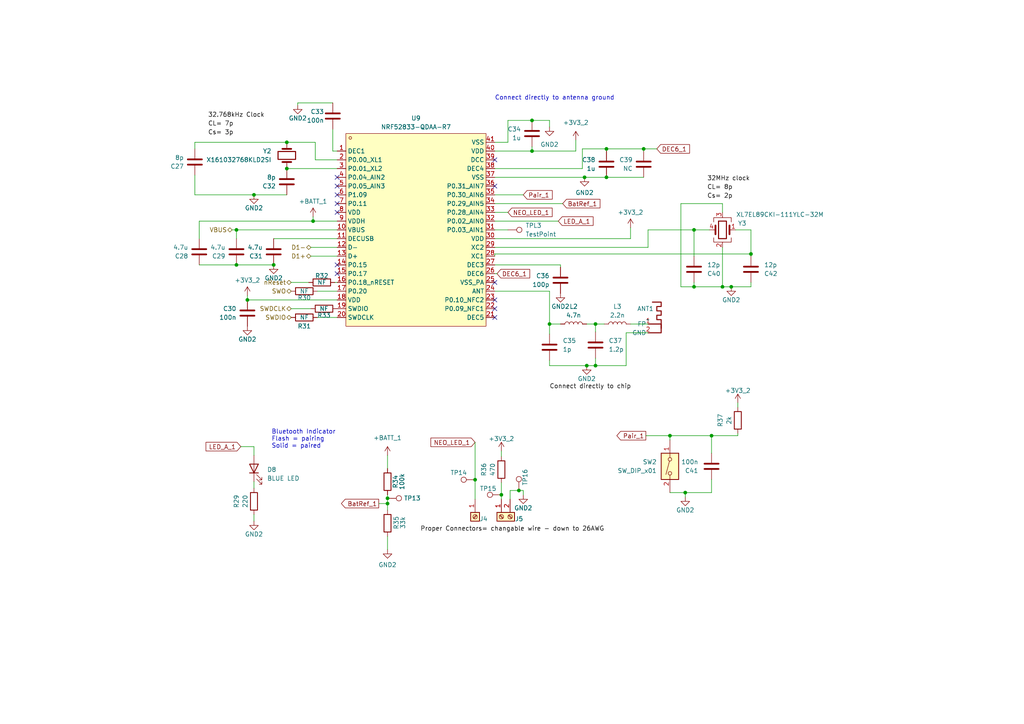
<source format=kicad_sch>
(kicad_sch (version 20230121) (generator eeschema)
  (paper "A4")
  (title_block (title "BLEEarrings (Blade Runner)") (date "2023-10-30") (rev "00.00") (company "Kitty and Dom"))
  (lib_symbols
    (symbol "Connector:Screw_Terminal_01x01" (pin_names (offset 1.016) hide)
      (property "Reference" "J" (at 0 2.54 0))
      (property "Value" "Screw_Terminal_01x01" (at 0 -2.54 0))
      (symbol "Screw_Terminal_01x01_1_1"
        (rectangle (start -1.27 1.27) (end 1.27 -1.27) (stroke (width 0.254)) (fill (type background)))
        (polyline (pts (xy -0.5334 0.3302) (xy 0.3302 -0.508)) (stroke (width 0.1524)))
        (polyline (pts (xy -0.3556 0.508) (xy 0.508 -0.3302)) (stroke (width 0.1524)))
        (circle (center 0 0) (radius 0.635) (stroke (width 0.1524)))
        (pin passive line (at -5.08 0 0) (length 3.81) (name "Pin_1") (number "1"))
      )
    )
    (symbol "Connector:Screw_Terminal_01x02" (pin_names (offset 1.016) hide)
      (property "Reference" "J" (at 0 2.54 0))
      (property "Value" "Screw_Terminal_01x02" (at 0 -5.08 0))
      (symbol "Screw_Terminal_01x02_1_1"
        (rectangle (start -1.27 1.27) (end 1.27 -3.81) (stroke (width 0.254)) (fill (type background)))
        (circle (center 0 -2.54) (radius 0.635) (stroke (width 0.1524)))
        (polyline (pts (xy -0.5334 -2.2098) (xy 0.3302 -3.048)) (stroke (width 0.1524)))
        (polyline (pts (xy -0.5334 0.3302) (xy 0.3302 -0.508)) (stroke (width 0.1524)))
        (polyline (pts (xy -0.3556 -2.032) (xy 0.508 -2.8702)) (stroke (width 0.1524)))
        (polyline (pts (xy -0.3556 0.508) (xy 0.508 -0.3302)) (stroke (width 0.1524)))
        (circle (center 0 0) (radius 0.635) (stroke (width 0.1524)))
        (pin passive line (at -5.08 0 0) (length 3.81) (name "Pin_1") (number "1"))
        (pin passive line (at -5.08 -2.54 0) (length 3.81) (name "Pin_2") (number "2"))
      )
    )
    (symbol "Connector:TestPoint" (pin_numbers hide) (pin_names (offset 0.762) hide)
      (property "Reference" "TP" (at 0 6.858 0))
      (property "Value" "TestPoint" (at 0 5.08 0))
      (symbol "TestPoint_0_1"
        (circle (center 0 3.302) (radius 0.762))
      )
      (symbol "TestPoint_1_1"
        (pin passive line (at 0 0 90) (length 2.54) (name "1") (number "1"))
      )
    )
    (symbol "CustomPWR:+3V3_2" (power) (pin_names (offset 0))
      (property "Value" "+3V3_2" (at 0 3.556 0))
      (symbol "+3V3_2_0_1"
        (polyline (pts (xy -0.762 1.27) (xy 0 2.54)))
        (polyline (pts (xy 0 0) (xy 0 2.54)))
        (polyline (pts (xy 0 2.54) (xy 0.762 1.27)))
      )
      (symbol "+3V3_2_1_1"
        (pin power_in line (at 0 0 90) (length 0) hide (name "+3V3_2") (number "1"))
      )
    )
    (symbol "CustomPWR:+BATT_1" (power) (pin_names (offset 0))
      (property "Value" "+BATT_1" (at 0 3.556 0))
      (symbol "+BATT_1_0_1"
        (polyline (pts (xy -0.762 1.27) (xy 0 2.54)))
        (polyline (pts (xy 0 0) (xy 0 2.54)))
        (polyline (pts (xy 0 2.54) (xy 0.762 1.27)))
      )
      (symbol "+BATT_1_1_1"
        (pin power_in line (at 0 0 90) (length 0) hide (name "+BATT_1") (number "1"))
      )
    )
    (symbol "CustomPads:2.4GHz,_50Ohm_Antenna"
      (property "Reference" "ANT" (at 0 2.286 0))
      (symbol "2.4GHz,_50Ohm_Antenna_1_1"
        (polyline (pts (xy 0 -3.81) (xy 3.81 -3.81) (xy 3.81 -1.27) (xy 0 -1.27)) (stroke (width 0.3)))
        (polyline (pts (xy 1.27 5.08) (xy 3.81 5.08) (xy 3.81 3.81) (xy 2.54 3.81) (xy 2.54 2.54) (xy 3.81 2.54) (xy 3.81 1.27) (xy 2.54 1.27) (xy 2.54 0) (xy 3.81 0) (xy 3.81 -2.54)) (stroke (width 0.3)))
        (pin input line (at 0 -1.27 180) (length 0) (name "FP") (number "1"))
        (pin input line (at 0 -3.81 180) (length 0) (name "GND") (number "2"))
      )
    )
    (symbol "Device:C" (pin_numbers hide) (pin_names (offset 0.254))
      (property "Reference" "C" (at 0.635 2.54 0))
      (property "Value" "C" (at 0.635 -2.54 0))
      (symbol "C_0_1"
        (polyline (pts (xy -2.032 -0.762) (xy 2.032 -0.762)) (stroke (width 0.508)))
        (polyline (pts (xy -2.032 0.762) (xy 2.032 0.762)) (stroke (width 0.508)))
      )
      (symbol "C_1_1"
        (pin passive line (at 0 3.81 270) (length 2.794) (name "~") (number "1"))
        (pin passive line (at 0 -3.81 90) (length 2.794) (name "~") (number "2"))
      )
    )
    (symbol "Device:Crystal" (pin_numbers hide) (pin_names (offset 1.016) hide)
      (property "Reference" "Y" (at 0 3.81 0))
      (property "Value" "Crystal" (at 0 -3.81 0))
      (symbol "Crystal_0_1"
        (rectangle (start -1.143 2.54) (end 1.143 -2.54) (stroke (width 0.3048)))
        (polyline (pts (xy -2.54 0) (xy -1.905 0)))
        (polyline (pts (xy -1.905 -1.27) (xy -1.905 1.27)) (stroke (width 0.508)))
        (polyline (pts (xy 1.905 -1.27) (xy 1.905 1.27)) (stroke (width 0.508)))
        (polyline (pts (xy 2.54 0) (xy 1.905 0)))
      )
      (symbol "Crystal_1_1"
        (pin passive line (at -3.81 0 0) (length 1.27) (name "1") (number "1"))
        (pin passive line (at 3.81 0 180) (length 1.27) (name "2") (number "2"))
      )
    )
    (symbol "Device:Crystal_GND23" (pin_names (offset 1.016) hide)
      (property "Reference" "Y" (at 3.175 5.08 0))
      (property "Value" "Crystal_GND23" (at 3.175 3.175 0))
      (symbol "Crystal_GND23_0_1"
        (rectangle (start -1.143 2.54) (end 1.143 -2.54) (stroke (width 0.3048)))
        (polyline (pts (xy -2.54 0) (xy -2.032 0)))
        (polyline (pts (xy -2.032 -1.27) (xy -2.032 1.27)) (stroke (width 0.508)))
        (polyline (pts (xy 0 -3.81) (xy 0 -3.556)))
        (polyline (pts (xy 0 3.556) (xy 0 3.81)))
        (polyline (pts (xy 2.032 -1.27) (xy 2.032 1.27)) (stroke (width 0.508)))
        (polyline (pts (xy 2.032 0) (xy 2.54 0)))
        (polyline (pts (xy -2.54 -2.286) (xy -2.54 -3.556) (xy 2.54 -3.556) (xy 2.54 -2.286)))
        (polyline (pts (xy -2.54 2.286) (xy -2.54 3.556) (xy 2.54 3.556) (xy 2.54 2.286)))
      )
      (symbol "Crystal_GND23_1_1"
        (pin passive line (at -3.81 0 0) (length 1.27) (name "1") (number "1"))
        (pin passive line (at 0 5.08 270) (length 1.27) (name "2") (number "2"))
        (pin passive line (at 0 -5.08 90) (length 1.27) (name "3") (number "3"))
        (pin passive line (at 3.81 0 180) (length 1.27) (name "4") (number "4"))
      )
    )
    (symbol "Device:L" (pin_numbers hide) (pin_names (offset 1.016) hide)
      (property "Reference" "L" (at -1.27 0 90))
      (property "Value" "L" (at 1.905 0 90))
      (symbol "L_0_1"
        (arc (start 0 -2.54) (mid 0.6323 -1.905) (end 0 -1.27))
        (arc (start 0 -1.27) (mid 0.6323 -0.635) (end 0 0))
        (arc (start 0 0) (mid 0.6323 0.635) (end 0 1.27))
        (arc (start 0 1.27) (mid 0.6323 1.905) (end 0 2.54))
      )
      (symbol "L_1_1"
        (pin passive line (at 0 3.81 270) (length 1.27) (name "1") (number "1"))
        (pin passive line (at 0 -3.81 90) (length 1.27) (name "2") (number "2"))
      )
    )
    (symbol "Device:LED" (pin_numbers hide) (pin_names (offset 1.016) hide)
      (property "Reference" "D" (at 0 2.54 0))
      (property "Value" "LED" (at 0 -2.54 0))
      (symbol "LED_0_1"
        (polyline (pts (xy -1.27 -1.27) (xy -1.27 1.27)) (stroke (width 0.254)))
        (polyline (pts (xy -1.27 0) (xy 1.27 0)))
        (polyline (pts (xy 1.27 -1.27) (xy 1.27 1.27) (xy -1.27 0) (xy 1.27 -1.27)) (stroke (width 0.254)))
        (polyline (pts (xy -3.048 -0.762) (xy -4.572 -2.286) (xy -3.81 -2.286) (xy -4.572 -2.286) (xy -4.572 -1.524)))
        (polyline (pts (xy -1.778 -0.762) (xy -3.302 -2.286) (xy -2.54 -2.286) (xy -3.302 -2.286) (xy -3.302 -1.524)))
      )
      (symbol "LED_1_1"
        (pin passive line (at -3.81 0 0) (length 2.54) (name "K") (number "1"))
        (pin passive line (at 3.81 0 180) (length 2.54) (name "A") (number "2"))
      )
    )
    (symbol "Device:R" (pin_numbers hide) (pin_names (offset 0))
      (property "Reference" "R" (at 2.032 0 90))
      (property "Value" "R" (at 0 0 90))
      (symbol "R_0_1"
        (rectangle (start -1.016 -2.54) (end 1.016 2.54) (stroke (width 0.254)))
      )
      (symbol "R_1_1"
        (pin passive line (at 0 3.81 270) (length 1.27) (name "~") (number "1"))
        (pin passive line (at 0 -3.81 90) (length 1.27) (name "~") (number "2"))
      )
    )
    (symbol "Switch:SW_DIP_x01" (pin_names (offset 0) hide)
      (property "Reference" "SW" (at 0 3.81 0))
      (property "Value" "SW_DIP_x01" (at 0 -3.81 0))
      (symbol "SW_DIP_x01_0_0"
        (circle (center -2.032 0) (radius 0.508))
        (polyline (pts (xy -1.524 0.127) (xy 2.3622 1.1684)))
        (circle (center 2.032 0) (radius 0.508))
      )
      (symbol "SW_DIP_x01_0_1"
        (rectangle (start -3.81 2.54) (end 3.81 -2.54) (stroke (width 0.254)) (fill (type background)))
      )
      (symbol "SW_DIP_x01_1_1"
        (pin passive line (at -7.62 0 0) (length 5.08) (name "~") (number "1"))
        (pin passive line (at 7.62 0 180) (length 5.08) (name "~") (number "2"))
      )
    )
    (symbol "easyeda2kicad:NRF52833-QDAA-R7"
      (property "Reference" "U" (at 0 30.48 0))
      (property "Value" "NRF52833-QDAA-R7" (at 0 -30.48 0))
      (symbol "NRF52833-QDAA-R7_0_1"
        (rectangle (start -20.32 27.94) (end 20.32 -27.94) (fill (type background)))
        (circle (center -19.05 26.67) (radius 0.38))
        (pin unspecified line (at -22.86 22.86 0) (length 2.54) (name "DEC1") (number "1"))
        (pin unspecified line (at -22.86 0 0) (length 2.54) (name "VBUS") (number "10"))
        (pin unspecified line (at -22.86 -2.54 0) (length 2.54) (name "DECUSB") (number "11"))
        (pin unspecified line (at -22.86 -5.08 0) (length 2.54) (name "D-") (number "12"))
        (pin unspecified line (at -22.86 -7.62 0) (length 2.54) (name "D+") (number "13"))
        (pin unspecified line (at -22.86 -10.16 0) (length 2.54) (name "P0.15") (number "14"))
        (pin unspecified line (at -22.86 -12.7 0) (length 2.54) (name "P0.17") (number "15"))
        (pin unspecified line (at -22.86 -15.24 0) (length 2.54) (name "P0.18_nRESET") (number "16"))
        (pin unspecified line (at -22.86 -17.78 0) (length 2.54) (name "P0.20") (number "17"))
        (pin unspecified line (at -22.86 -20.32 0) (length 2.54) (name "VDD") (number "18"))
        (pin unspecified line (at -22.86 -22.86 0) (length 2.54) (name "SWDIO") (number "19"))
        (pin unspecified line (at -22.86 20.32 0) (length 2.54) (name "P0.00_XL1") (number "2"))
        (pin unspecified line (at -22.86 -25.4 0) (length 2.54) (name "SWDCLK") (number "20"))
        (pin unspecified line (at 22.86 -25.4 180) (length 2.54) (name "DEC5") (number "21"))
        (pin unspecified line (at 22.86 -22.86 180) (length 2.54) (name "P0.09_NFC1") (number "22"))
        (pin unspecified line (at 22.86 -20.32 180) (length 2.54) (name "P0.10_NFC2") (number "23"))
        (pin unspecified line (at 22.86 -17.78 180) (length 2.54) (name "ANT") (number "24"))
        (pin unspecified line (at 22.86 -15.24 180) (length 2.54) (name "VSS_PA") (number "25"))
        (pin unspecified line (at 22.86 -12.7 180) (length 2.54) (name "DEC6") (number "26"))
        (pin unspecified line (at 22.86 -10.16 180) (length 2.54) (name "DEC3") (number "27"))
        (pin unspecified line (at 22.86 -7.62 180) (length 2.54) (name "XC1") (number "28"))
        (pin unspecified line (at 22.86 -5.08 180) (length 2.54) (name "XC2") (number "29"))
        (pin unspecified line (at -22.86 17.78 0) (length 2.54) (name "P0.01_XL2") (number "3"))
        (pin unspecified line (at 22.86 -2.54 180) (length 2.54) (name "VDD") (number "30"))
        (pin unspecified line (at 22.86 0 180) (length 2.54) (name "P0.03_AIN1") (number "31"))
        (pin unspecified line (at 22.86 2.54 180) (length 2.54) (name "P0.02_AIN0") (number "32"))
        (pin unspecified line (at 22.86 5.08 180) (length 2.54) (name "P0.28_AIN4") (number "33"))
        (pin unspecified line (at 22.86 7.62 180) (length 2.54) (name "P0.29_AIN5") (number "34"))
        (pin unspecified line (at 22.86 10.16 180) (length 2.54) (name "P0.30_AIN6") (number "35"))
        (pin unspecified line (at 22.86 12.7 180) (length 2.54) (name "P0.31_AIN7") (number "36"))
        (pin unspecified line (at 22.86 15.24 180) (length 2.54) (name "VSS") (number "37"))
        (pin unspecified line (at 22.86 17.78 180) (length 2.54) (name "DEC4") (number "38"))
        (pin unspecified line (at 22.86 20.32 180) (length 2.54) (name "DCC") (number "39"))
        (pin unspecified line (at -22.86 15.24 0) (length 2.54) (name "P0.04_AIN2") (number "4"))
        (pin unspecified line (at 22.86 22.86 180) (length 2.54) (name "VDD") (number "40"))
        (pin unspecified line (at 22.86 25.4 180) (length 2.54) (name "VSS") (number "41"))
        (pin unspecified line (at -22.86 12.7 0) (length 2.54) (name "P0.05_AIN3") (number "5"))
        (pin unspecified line (at -22.86 10.16 0) (length 2.54) (name "P1.09") (number "6"))
        (pin unspecified line (at -22.86 7.62 0) (length 2.54) (name "P0.11") (number "7"))
        (pin unspecified line (at -22.86 5.08 0) (length 2.54) (name "VDD") (number "8"))
        (pin unspecified line (at -22.86 2.54 0) (length 2.54) (name "VDDH") (number "9"))
      )
    )
    (symbol "power:GND2" (power) (pin_names (offset 0))
      (property "Value" "GND2" (at 0 -3.81 0))
      (symbol "GND2_0_1"
        (polyline (pts (xy 0 0) (xy 0 -1.27) (xy 1.27 -1.27) (xy 0 -2.54) (xy -1.27 -1.27) (xy 0 -1.27)))
      )
      (symbol "GND2_1_1"
        (pin power_in line (at 0 0 270) (length 0) hide (name "GND2") (number "1"))
      )
    )
  )
  (junction (at 83.185 41.275))
  (junction (at 186.69 43.18))
  (junction (at 172.72 93.98))
  (junction (at 73.66 56.515))
  (junction (at 172.72 106.045))
  (junction (at 212.09 83.185))
  (junction (at 154.305 34.925))
  (junction (at 217.805 73.66))
  (junction (at 71.755 86.995))
  (junction (at 68.58 76.835))
  (junction (at 112.395 144.526))
  (junction (at 150.495 142.2654))
  (junction (at 175.895 51.435))
  (junction (at 206.375 126.365))
  (junction (at 209.55 83.185))
  (junction (at 175.895 43.18))
  (junction (at 90.805 64.135))
  (junction (at 194.31 126.365))
  (junction (at 198.755 142.875))
  (junction (at 137.795 139.1412))
  (junction (at 112.395 146.05))
  (junction (at 154.305 43.815))
  (junction (at 159.385 93.98))
  (junction (at 169.545 51.435))
  (junction (at 170.18 106.045))
  (junction (at 201.295 66.675))
  (junction (at 145.415 143.51))
  (junction (at 79.375 76.835))
  (junction (at 83.185 48.895))
  (junction (at 68.58 66.675))
  (junction (at 201.295 83.185))
  (no_connect (at 97.79 59.055))
  (no_connect (at 143.51 53.975))
  (no_connect (at 143.51 46.355))
  (no_connect (at 143.51 92.075))
  (no_connect (at 97.79 56.515))
  (no_connect (at 143.51 89.535))
  (no_connect (at 97.79 76.835))
  (no_connect (at 97.79 61.595))
  (no_connect (at 143.51 81.915))
  (no_connect (at 97.79 53.975))
  (no_connect (at 97.79 51.435))
  (no_connect (at 143.51 86.995))
  (no_connect (at 97.79 79.375))
  (wire (pts (xy 213.36 66.675) (xy 217.805 66.675)))
  (wire (pts (xy 84.455 81.915) (xy 89.535 81.915)))
  (wire (pts (xy 90.17 74.295) (xy 97.79 74.295)))
  (wire (pts (xy 201.295 66.675) (xy 201.295 74.295)))
  (wire (pts (xy 172.72 93.98) (xy 175.26 93.98)))
  (wire (pts (xy 217.805 73.66) (xy 217.805 66.675)))
  (wire (pts (xy 154.305 43.815) (xy 154.305 42.545)))
  (wire (pts (xy 92.075 84.455) (xy 97.79 84.455)))
  (wire (pts (xy 143.51 79.375) (xy 144.145 79.375)))
  (wire (pts (xy 175.895 43.18) (xy 186.69 43.18)))
  (wire (pts (xy 147.32 61.595) (xy 143.51 61.595)))
  (wire (pts (xy 56.515 41.275) (xy 56.515 43.18)))
  (wire (pts (xy 182.88 66.04) (xy 182.88 69.215)))
  (wire (pts (xy 84.455 89.535) (xy 90.17 89.535)))
  (wire (pts (xy 154.305 34.925) (xy 147.32 34.925)))
  (wire (pts (xy 159.385 106.045) (xy 170.18 106.045)))
  (wire (pts (xy 96.52 43.815) (xy 97.79 43.815)))
  (wire (pts (xy 213.995 125.73) (xy 213.995 126.365)))
  (wire (pts (xy 182.88 93.98) (xy 187.96 93.98)))
  (wire (pts (xy 91.44 41.275) (xy 83.185 41.275)))
  (wire (pts (xy 97.79 66.675) (xy 68.58 66.675)))
  (wire (pts (xy 186.69 43.18) (xy 190.5 43.18)))
  (wire (pts (xy 91.44 41.275) (xy 91.44 46.355)))
  (wire (pts (xy 162.56 76.835) (xy 162.56 77.47)))
  (wire (pts (xy 57.785 64.135) (xy 90.805 64.135)))
  (wire (pts (xy 206.375 142.875) (xy 198.755 142.875)))
  (wire (pts (xy 112.395 144.526) (xy 112.395 146.05)))
  (wire (pts (xy 79.375 69.215) (xy 97.79 69.215)))
  (wire (pts (xy 187.325 126.365) (xy 194.31 126.365)))
  (wire (pts (xy 162.56 76.835) (xy 143.51 76.835)))
  (wire (pts (xy 71.755 86.995) (xy 71.755 85.725)))
  (wire (pts (xy 206.375 139.065) (xy 206.375 142.875)))
  (wire (pts (xy 112.395 143.51) (xy 112.395 144.526)))
  (wire (pts (xy 159.385 34.925) (xy 154.305 34.925)))
  (wire (pts (xy 145.415 130.81) (xy 145.415 132.3848)))
  (wire (pts (xy 57.785 69.215) (xy 57.785 64.135)))
  (wire (pts (xy 217.805 83.185) (xy 217.805 81.915)))
  (wire (pts (xy 167.005 40.64) (xy 167.005 43.815)))
  (wire (pts (xy 197.485 83.185) (xy 201.295 83.185)))
  (wire (pts (xy 212.09 83.185) (xy 217.805 83.185)))
  (wire (pts (xy 56.515 41.275) (xy 83.185 41.275)))
  (wire (pts (xy 90.805 62.865) (xy 90.805 64.135)))
  (wire (pts (xy 212.09 83.185) (xy 209.55 83.185)))
  (wire (pts (xy 137.795 139.1412) (xy 137.795 144.8054)))
  (wire (pts (xy 73.66 139.7) (xy 73.66 141.605)))
  (wire (pts (xy 198.755 142.875) (xy 198.755 144.145)))
  (wire (pts (xy 159.385 36.83) (xy 159.385 34.925)))
  (wire (pts (xy 167.005 43.815) (xy 154.305 43.815)))
  (wire (pts (xy 213.995 116.84) (xy 213.995 118.11)))
  (wire (pts (xy 112.395 132.08) (xy 112.395 135.89)))
  (wire (pts (xy 83.185 56.515) (xy 73.66 56.515)))
  (wire (pts (xy 197.485 59.055) (xy 197.485 83.185)))
  (wire (pts (xy 181.61 96.52) (xy 187.96 96.52)))
  (wire (pts (xy 57.785 76.835) (xy 68.58 76.835)))
  (wire (pts (xy 109.855 146.05) (xy 112.395 146.05)))
  (wire (pts (xy 159.385 84.455) (xy 159.385 93.98)))
  (wire (pts (xy 209.55 59.055) (xy 197.485 59.055)))
  (wire (pts (xy 143.51 56.515) (xy 151.765 56.515)))
  (wire (pts (xy 143.51 51.435) (xy 169.545 51.435)))
  (wire (pts (xy 69.85 129.54) (xy 73.66 129.54)))
  (wire (pts (xy 175.895 43.815) (xy 175.895 43.18)))
  (wire (pts (xy 187.96 66.675) (xy 187.96 71.755)))
  (wire (pts (xy 169.545 51.435) (xy 175.895 51.435)))
  (wire (pts (xy 198.755 142.875) (xy 194.31 142.875)))
  (wire (pts (xy 145.415 143.51) (xy 145.415 144.8054)))
  (wire (pts (xy 90.805 64.135) (xy 97.79 64.135)))
  (wire (pts (xy 209.55 71.755) (xy 209.55 83.185)))
  (wire (pts (xy 159.385 93.98) (xy 162.56 93.98)))
  (wire (pts (xy 159.385 93.98) (xy 159.385 96.901)))
  (wire (pts (xy 83.185 48.895) (xy 97.79 48.895)))
  (wire (pts (xy 86.36 29.845) (xy 96.52 29.845)))
  (wire (pts (xy 186.69 43.18) (xy 186.69 43.815)))
  (wire (pts (xy 151.765 142.2654) (xy 151.765 143.5354)))
  (wire (pts (xy 67.31 66.675) (xy 68.58 66.675)))
  (wire (pts (xy 170.18 106.045) (xy 172.72 106.045)))
  (wire (pts (xy 187.96 71.755) (xy 143.51 71.755)))
  (wire (pts (xy 187.96 66.675) (xy 201.295 66.675)))
  (wire (pts (xy 143.51 84.455) (xy 159.385 84.455)))
  (wire (pts (xy 175.895 51.435) (xy 186.69 51.435)))
  (wire (pts (xy 71.755 86.995) (xy 97.79 86.995)))
  (wire (pts (xy 217.805 73.66) (xy 217.805 74.295)))
  (wire (pts (xy 143.51 73.66) (xy 217.805 73.66)))
  (wire (pts (xy 206.375 126.365) (xy 213.995 126.365)))
  (wire (pts (xy 201.295 81.915) (xy 201.295 83.185)))
  (wire (pts (xy 91.44 46.355) (xy 97.79 46.355)))
  (wire (pts (xy 143.51 48.895) (xy 168.91 48.895)))
  (wire (pts (xy 168.91 43.18) (xy 168.91 48.895)))
  (wire (pts (xy 68.58 66.675) (xy 68.58 69.215)))
  (wire (pts (xy 143.51 43.815) (xy 154.305 43.815)))
  (wire (pts (xy 145.415 140.0048) (xy 145.415 143.51)))
  (wire (pts (xy 73.66 149.225) (xy 73.66 151.13)))
  (wire (pts (xy 56.515 56.515) (xy 56.515 50.8)))
  (wire (pts (xy 172.72 93.98) (xy 172.72 96.266)))
  (wire (pts (xy 143.51 59.055) (xy 163.195 59.055)))
  (wire (pts (xy 147.32 34.925) (xy 147.32 41.275)))
  (wire (pts (xy 194.31 127.635) (xy 194.31 126.365)))
  (wire (pts (xy 150.495 142.2654) (xy 151.765 142.2654)))
  (wire (pts (xy 68.58 76.835) (xy 79.375 76.835)))
  (wire (pts (xy 147.955 144.8054) (xy 147.955 142.2654)))
  (wire (pts (xy 96.52 43.815) (xy 96.52 37.465)))
  (wire (pts (xy 97.155 81.915) (xy 97.79 81.915)))
  (wire (pts (xy 112.395 155.575) (xy 112.395 159.385)))
  (wire (pts (xy 147.955 142.2654) (xy 150.495 142.2654)))
  (wire (pts (xy 172.72 103.886) (xy 172.72 106.045)))
  (wire (pts (xy 137.795 128.2954) (xy 137.795 139.1412)))
  (wire (pts (xy 206.375 131.445) (xy 206.375 126.365)))
  (wire (pts (xy 73.66 129.54) (xy 73.66 132.08)))
  (wire (pts (xy 201.295 83.185) (xy 209.55 83.185)))
  (wire (pts (xy 201.295 66.675) (xy 205.74 66.675)))
  (wire (pts (xy 181.61 106.045) (xy 172.72 106.045)))
  (wire (pts (xy 209.55 61.595) (xy 209.55 59.055)))
  (wire (pts (xy 170.18 93.98) (xy 172.72 93.98)))
  (wire (pts (xy 90.17 71.755) (xy 97.79 71.755)))
  (wire (pts (xy 159.385 104.521) (xy 159.385 106.045)))
  (wire (pts (xy 143.51 73.66) (xy 143.51 74.295)))
  (wire (pts (xy 92.075 92.075) (xy 97.79 92.075)))
  (wire (pts (xy 161.925 64.135) (xy 143.51 64.135)))
  (wire (pts (xy 175.895 43.18) (xy 168.91 43.18)))
  (wire (pts (xy 194.31 126.365) (xy 206.375 126.365)))
  (wire (pts (xy 143.51 69.215) (xy 182.88 69.215)))
  (wire (pts (xy 112.395 146.05) (xy 112.395 147.955)))
  (wire (pts (xy 86.36 30.48) (xy 86.36 29.845)))
  (wire (pts (xy 73.66 56.515) (xy 56.515 56.515)))
  (wire (pts (xy 181.61 96.52) (xy 181.61 106.045)))
  (wire (pts (xy 147.32 41.275) (xy 143.51 41.275)))
  (wire (pts (xy 143.51 66.675) (xy 147.32 66.675)))
  (text "Bluetooth Indicator\nFlash = pairing\nSolid = paired" (at 78.74 130.175 0) (effects (font (size 1.27 1.27)) (justify left bottom)))
  (text "Connect directly to antenna ground" (at 143.51 29.21 0) (effects (font (size 1.27 1.27)) (justify left bottom)))
  (label "CL= 7p" (at 60.325 36.83 0))
  (label "Cs= 3p" (at 60.325 39.37 0))
  (label "Connect directly to chip" (at 159.385 113.03 0))
  (label "Cs= 2p" (at 205.105 57.785 0))
  (label "Proper Connectors= changable wire - down to 26AWG" (at 121.92 154.3304 0))
  (label "32.768kHz Clock" (at 60.325 34.29 0))
  (label "CL= 8p" (at 205.105 55.245 0))
  (label "32MHz clock" (at 205.105 52.705 0))
  (global_label "BatRef_1" (shape output) (at 109.855 146.05 180) (property "Intersheetrefs" "${INTERSHEET_REFS}" (effects hide)))
  (global_label "LED_A_1" (shape input) (at 69.85 129.54 180) (property "Intersheetrefs" "${INTERSHEET_REFS}" (effects hide)))
  (global_label "BatRef_1" (shape input) (at 163.195 59.055 0) (property "Intersheetrefs" "${INTERSHEET_REFS}" (effects hide)))
  (global_label "DEC6_1" (shape input) (at 144.145 79.375 0) (property "Intersheetrefs" "${INTERSHEET_REFS}" (effects hide)))
  (global_label "DEC6_1" (shape input) (at 190.5 43.18 0) (property "Intersheetrefs" "${INTERSHEET_REFS}" (effects hide)))
  (global_label "Pair_1" (shape output) (at 187.325 126.365 180) (property "Intersheetrefs" "${INTERSHEET_REFS}" (effects hide)))
  (global_label "NEO_LED_1" (shape input) (at 137.795 128.2954 180) (property "Intersheetrefs" "${INTERSHEET_REFS}" (effects hide)))
  (global_label "NEO_LED_1" (shape input) (at 147.32 61.595 0) (property "Intersheetrefs" "${INTERSHEET_REFS}" (effects hide)))
  (global_label "Pair_1" (shape input) (at 151.765 56.515 0) (property "Intersheetrefs" "${INTERSHEET_REFS}" (effects hide)))
  (global_label "LED_A_1" (shape input) (at 161.925 64.135 0) (property "Intersheetrefs" "${INTERSHEET_REFS}" (effects hide)))
  (hierarchical_label "D1-" (shape bidirectional) (at 90.17 71.755 180))
  (hierarchical_label "D1+" (shape bidirectional) (at 90.17 74.295 180))
  (hierarchical_label "nReset" (shape bidirectional) (at 84.455 81.915 180))
  (hierarchical_label "SWDIO" (shape bidirectional) (at 84.455 92.075 180))
  (hierarchical_label "VBUS" (shape bidirectional) (at 67.31 66.675 180))
  (hierarchical_label "SWO" (shape bidirectional) (at 84.455 84.455 180))
  (hierarchical_label "SWDCLK" (shape bidirectional) (at 84.455 89.535 180))
  (symbol (lib_id "power:GND2") (at 212.09 83.185 0) (mirror y) (unit 1)
    (property "Reference" "#PWR0122" (effects hide))
    (property "Value" "GND2" (at 212.09 86.995 0))
    (instances (project "Combine" (path "" (reference "#PWR0122") (unit 1))) (project "BLEEarrings" (path "" (reference "#PWR?") (unit 1))))
  )
  (symbol (lib_id "power:GND2") (at 170.18 106.045 0) (unit 1)
    (property "Reference" "#PWR0119" (effects hide))
    (property "Value" "GND2" (at 170.18 109.855 0))
    (instances (project "Combine" (path "" (reference "#PWR0119") (unit 1))) (project "BLEEarrings" (path "" (reference "#PWR?") (unit 1))))
  )
  (symbol (lib_id "Device:C") (at 57.785 73.025 180) (unit 1)
    (property "Reference" "C28" (at 54.61 74.295 0) (effects (justify left)))
    (property "Value" "4.7u" (at 54.61 71.755 0) (effects (justify left)))
    (property "Footprint" "Capacitor_SMD:C_0402_1005Metric_Pad0.74x0.62mm_HandSolder" (effects hide))
    (property "LCSC Part" "C307423" (effects hide))
    (instances (project "Combine" (path "" (reference "C28") (unit 1))) (project "BLEEarrings" (path "" (reference "C12") (unit 1))))
  )
  (symbol (lib_id "CustomPWR:+3V3_2") (at 145.415 130.81 0) (unit 1)
    (property "Reference" "#PWR0123" (effects hide))
    (property "Value" "+3V3_2" (at 145.415 127.254 0))
    (instances (project "Combine" (path "" (reference "#PWR0123") (unit 1))) (project "BLEEarrings" (path "" (reference "#PWR016") (unit 1))))
  )
  (symbol (lib_id "Device:C") (at 172.72 100.076 0) (unit 1)
    (property "Reference" "C37" (at 176.53 98.806 0) (effects (justify left)))
    (property "Value" "1.2p" (at 176.53 101.346 0) (effects (justify left)))
    (property "Footprint" "Capacitor_SMD:C_0402_1005Metric_Pad0.74x0.62mm_HandSolder" (effects hide))
    (property "LCSC Part" "C880658 " (effects hide))
    (instances (project "Combine" (path "" (reference "C37") (unit 1))) (project "BLEEarrings" (path "" (reference "C5") (unit 1))))
  )
  (symbol (lib_id "Device:C") (at 175.895 47.625 0) (unit 1)
    (property "Reference" "C38" (at 172.72 46.355 0) (effects (justify right)))
    (property "Value" "1u" (at 172.72 48.895 0) (effects (justify right)))
    (property "Footprint" "Capacitor_SMD:C_0402_1005Metric_Pad0.74x0.62mm_HandSolder" (effects hide))
    (property "LCSC Part" "C14445" (effects hide))
    (instances (project "Combine" (path "" (reference "C38") (unit 1))) (project "BLEEarrings" (path "" (reference "C7") (unit 1))))
  )
  (symbol (lib_id "Device:L") (at 166.37 93.98 90) (unit 1)
    (property "Reference" "L2" (at 166.37 88.9 90))
    (property "Value" "4.7n" (at 166.37 91.44 90))
    (property "Footprint" "Inductor_SMD:L_0402_1005Metric_Pad0.77x0.64mm_HandSolder" (effects hide))
    (property "LCSC Part" "C13595" (effects hide))
    (instances (project "Combine" (path "" (reference "L2") (unit 1))) (project "BLEEarrings" (path "" (reference "L1") (unit 1))))
  )
  (symbol (lib_id "CustomPWR:+BATT_1") (at 90.805 62.865 0) (unit 1)
    (property "Reference" "#PWR0120" (effects hide))
    (property "Value" "+BATT_1" (at 90.805 58.42 0))
    (instances (project "Combine" (path "" (reference "#PWR0120") (unit 1))) (project "BLEEarrings" (path "" (reference "#PWR05") (unit 1))))
  )
  (symbol (lib_id "Device:C") (at 201.295 78.105 0) (mirror x) (unit 1)
    (property "Reference" "C40" (at 205.105 79.375 0) (effects (justify left)))
    (property "Value" "12p" (at 205.105 76.835 0) (effects (justify left)))
    (property "Footprint" "Capacitor_SMD:C_0402_1005Metric_Pad0.74x0.62mm_HandSolder" (effects hide))
    (property "LCSC Part" "C696888 " (effects hide))
    (instances (project "Combine" (path "" (reference "C40") (unit 1))) (project "BLEEarrings" (path "" (reference "C4") (unit 1))))
  )
  (symbol (lib_id "Device:C") (at 186.69 47.625 0) (unit 1)
    (property "Reference" "C39" (at 183.515 46.355 0) (effects (justify right)))
    (property "Value" "NC" (at 183.515 48.895 0) (effects (justify right)))
    (property "Footprint" "Capacitor_SMD:C_0402_1005Metric_Pad0.74x0.62mm_HandSolder" (effects hide))
    (property "LCSC Part" "N/A" (effects hide))
    (instances (project "Combine" (path "" (reference "C39") (unit 1))) (project "BLEEarrings" (path "" (reference "C17") (unit 1))))
  )
  (symbol (lib_id "Device:C") (at 217.805 78.105 0) (mirror x) (unit 1)
    (property "Reference" "C42" (at 221.615 79.375 0) (effects (justify left)))
    (property "Value" "12p" (at 221.615 76.835 0) (effects (justify left)))
    (property "Footprint" "Capacitor_SMD:C_0402_1005Metric_Pad0.74x0.62mm_HandSolder" (effects hide))
    (property "LCSC Part" "C696888 " (effects hide))
    (instances (project "Combine" (path "" (reference "C42") (unit 1))) (project "BLEEarrings" (path "" (reference "C3") (unit 1))))
  )
  (symbol (lib_id "power:GND2") (at 112.395 159.385 0) (unit 1)
    (property "Reference" "#PWR0129" (effects hide))
    (property "Value" "GND2" (at 112.395 163.83 0))
    (instances (project "Combine" (path "" (reference "#PWR0129") (unit 1))) (project "BLEEarrings" (path "" (reference "#PWR?") (unit 1))))
  )
  (symbol (lib_id "Device:C") (at 68.58 73.025 180) (unit 1)
    (property "Reference" "C29" (at 65.405 74.295 0) (effects (justify left)))
    (property "Value" "4.7u" (at 65.405 71.755 0) (effects (justify left)))
    (property "Footprint" "Capacitor_SMD:C_0402_1005Metric_Pad0.74x0.62mm_HandSolder" (effects hide))
    (property "LCSC Part" "C307423" (effects hide))
    (instances (project "Combine" (path "" (reference "C29") (unit 1))) (project "BLEEarrings" (path "" (reference "C10") (unit 1))))
  )
  (symbol (lib_id "power:GND2") (at 169.545 51.435 0) (unit 1)
    (property "Reference" "#PWR0116" (effects hide))
    (property "Value" "GND2" (at 169.545 55.88 0))
    (instances (project "Combine" (path "" (reference "#PWR0116") (unit 1))) (project "BLEEarrings" (path "" (reference "#PWR?") (unit 1))))
  )
  (symbol (lib_id "power:GND2") (at 73.66 56.515 0) (unit 1)
    (property "Reference" "#PWR0115" (effects hide))
    (property "Value" "GND2" (at 73.66 60.325 0))
    (instances (project "Combine" (path "" (reference "#PWR0115") (unit 1))) (project "BLEEarrings" (path "" (reference "#PWR?") (unit 1))))
  )
  (symbol (lib_id "Device:R") (at 88.265 84.455 270) (unit 1)
    (property "Reference" "R30" (at 88.265 86.36 90))
    (property "Value" "NF" (at 88.265 84.455 90))
    (property "Footprint" "Resistor_SMD:R_0201_0603Metric" (effects hide))
    (property "LCSC Part" "N/A" (effects hide))
    (instances (project "Combine" (path "" (reference "R30") (unit 1))) (project "BLEEarrings" (path "" (reference "R6") (unit 1))))
  )
  (symbol (lib_id "Device:C") (at 206.375 135.255 180) (unit 1)
    (property "Reference" "C41" (at 202.565 136.525 0) (effects (justify left)))
    (property "Value" "100n" (at 202.565 133.985 0) (effects (justify left)))
    (property "Footprint" "Capacitor_SMD:C_0402_1005Metric_Pad0.74x0.62mm_HandSolder" (effects hide))
    (property "LCSC Part" "C60474" (effects hide))
    (instances (project "Combine" (path "" (reference "C41") (unit 1))) (project "BLEEarrings" (path "" (reference "C14") (unit 1))))
  )
  (symbol (lib_id "Device:L") (at 179.07 93.98 90) (unit 1)
    (property "Reference" "L3" (at 179.07 88.9 90))
    (property "Value" "2.2n" (at 179.07 91.44 90))
    (property "Footprint" "Inductor_SMD:L_0402_1005Metric_Pad0.77x0.64mm_HandSolder" (effects hide))
    (property "LCSC Part" "C395061 " (effects hide))
    (instances (project "Combine" (path "" (reference "L3") (unit 1))) (project "BLEEarrings" (path "" (reference "L2") (unit 1))))
  )
  (symbol (lib_id "Device:R") (at 88.265 92.075 270) (unit 1)
    (property "Reference" "R31" (at 88.265 94.615 90))
    (property "Value" "NF" (at 88.265 92.075 90))
    (property "Footprint" "Resistor_SMD:R_0201_0603Metric" (effects hide))
    (property "LCSC Part" "N/A" (effects hide))
    (instances (project "Combine" (path "" (reference "R31") (unit 1))) (project "BLEEarrings" (path "" (reference "R7") (unit 1))))
  )
  (symbol (lib_id "CustomPWR:+3V3_2") (at 167.005 40.64 0) (unit 1)
    (property "Reference" "#PWR0114" (effects hide))
    (property "Value" "+3V3_2" (at 167.005 35.56 0))
    (instances (project "Combine" (path "" (reference "#PWR0114") (unit 1))) (project "BLEEarrings" (path "" (reference "#PWR017") (unit 1))))
  )
  (symbol (lib_id "Device:C") (at 79.375 73.025 180) (unit 1)
    (property "Reference" "C31" (at 76.2 74.295 0) (effects (justify left)))
    (property "Value" "4.7u" (at 76.2 71.755 0) (effects (justify left)))
    (property "Footprint" "Capacitor_SMD:C_0402_1005Metric_Pad0.74x0.62mm_HandSolder" (effects hide))
    (property "LCSC Part" "C307423" (effects hide))
    (instances (project "Combine" (path "" (reference "C31") (unit 1))) (project "BLEEarrings" (path "" (reference "C9") (unit 1))))
  )
  (symbol (lib_id "Device:R") (at 112.395 151.765 180) (unit 1)
    (property "Reference" "R35" (at 114.935 151.6126 90))
    (property "Value" "33k" (at 116.84 151.6126 90))
    (property "Footprint" "Resistor_SMD:R_0402_1005Metric_Pad0.72x0.64mm_HandSolder" (effects hide))
    (property "LCSC Part" "C138003" (effects hide))
    (instances (project "Combine" (path "" (reference "R35") (unit 1))) (project "BLEEarrings" (path "" (reference "R14") (unit 1))))
  )
  (symbol (lib_id "Device:Crystal") (at 83.185 45.085 270) (mirror x) (unit 1)
    (property "Reference" "Y2" (at 78.74 43.815 90) (effects (justify right)))
    (property "Value" " X161032768KLD2SI" (at 78.74 46.355 90) (effects (justify right)))
    (property "Footprint" "easyeda2kicad:CRYSTAL-SMD_L1.6-W1.0" (effects hide))
    (property "LCSC Part" "C383846" (effects hide))
  )
  (symbol (lib_id "CustomPWR:+3V3_2") (at 71.755 85.725 0) (unit 1)
    (property "Reference" "#PWR0112" (effects hide))
    (property "Value" "+3V3_2" (at 71.755 81.28 0))
    (instances (project "Combine" (path "" (reference "#PWR0112") (unit 1))) (project "BLEEarrings" (path "" (reference "#PWR07") (unit 1))))
  )
  (symbol (lib_id "Connector:TestPoint") (at 137.795 139.1412 90) (unit 1)
    (property "Reference" "TP14" (at 133.0452 137.1092 90))
    (property "Value" "TestPoint" (effects hide))
    (property "Footprint" "TestPoint:TestPoint_Pad_D1.0mm" (effects hide))
    (property "LCSC Part" "N/A" (effects hide))
    (instances (project "Combine" (path "" (reference "TP14") (unit 1))) (project "BLEEarrings" (path "" (reference "TP10") (unit 1))))
  )
  (symbol (lib_id "power:GND2") (at 71.755 94.615 0) (unit 1)
    (property "Reference" "#PWR0126" (effects hide))
    (property "Value" "GND2" (at 71.755 98.425 0))
    (instances (project "Combine" (path "" (reference "#PWR0126") (unit 1))) (project "BLEEarrings" (path "" (reference "#PWR?") (unit 1))))
  )
  (symbol (lib_id "Device:C") (at 71.755 90.805 0) (unit 1)
    (property "Reference" "C30" (at 68.58 89.535 0) (effects (justify right)))
    (property "Value" "100n" (at 68.58 92.075 0) (effects (justify right)))
    (property "Footprint" "Capacitor_SMD:C_0402_1005Metric_Pad0.74x0.62mm_HandSolder" (effects hide))
    (property "LCSC Part" "C60474" (effects hide))
    (instances (project "Combine" (path "" (reference "C30") (unit 1))) (project "BLEEarrings" (path "" (reference "C6") (unit 1))))
  )
  (symbol (lib_id "Switch:SW_DIP_x01") (at 194.31 135.255 90) (mirror x) (unit 1)
    (property "Reference" "SW2" (at 190.5 133.985 90) (effects (justify left)))
    (property "Value" "SW_DIP_x01" (at 190.5 136.525 90) (effects (justify left)))
    (property "Footprint" "easyeda2kicad:KEY-SMD_L3.0-W2.5-LS4.0" (effects hide))
    (property "LCSC Part" "C2905194" (effects hide))
  )
  (symbol (lib_id "Connector:TestPoint") (at 145.415 143.51 90) (unit 1)
    (property "Reference" "TP15" (at 141.5796 141.7066 90))
    (property "Value" "TestPoint" (effects hide))
    (property "Footprint" "TestPoint:TestPoint_Pad_D1.0mm" (effects hide))
    (property "LCSC Part" "N/A" (effects hide))
    (instances (project "Combine" (path "" (reference "TP15") (unit 1))) (project "BLEEarrings" (path "" (reference "TP11") (unit 1))))
  )
  (symbol (lib_id "CustomPWR:+3V3_2") (at 182.88 66.04 0) (unit 1)
    (property "Reference" "#PWR0127" (effects hide))
    (property "Value" "+3V3_2" (at 182.88 61.595 0))
    (instances (project "Combine" (path "" (reference "#PWR0127") (unit 1))) (project "BLEEarrings" (path "" (reference "#PWR019") (unit 1))))
  )
  (symbol (lib_id "Connector:TestPoint") (at 112.395 144.526 270) (unit 1)
    (property "Reference" "TP13" (at 117.1448 144.5006 90) (effects (justify left)))
    (property "Value" "TestPoint" (effects hide))
    (property "Footprint" "TestPoint:TestPoint_Pad_D1.0mm" (effects hide))
    (property "LCSC Part" "N/A" (effects hide))
    (instances (project "Combine" (path "" (reference "TP13") (unit 1))) (project "BLEEarrings" (path "" (reference "TP9") (unit 1))))
  )
  (symbol (lib_id "power:GND2") (at 159.385 36.83 0) (unit 1)
    (property "Reference" "#PWR0118" (effects hide))
    (property "Value" "GND2" (at 159.385 41.91 0))
    (instances (project "Combine" (path "" (reference "#PWR0118") (unit 1))) (project "BLEEarrings" (path "" (reference "#PWR?") (unit 1))))
  )
  (symbol (lib_id "CustomPWR:+BATT_1") (at 112.395 132.08 0) (unit 1)
    (property "Reference" "#PWR0128" (effects hide))
    (property "Value" "+BATT_1" (at 112.395 127 0))
    (instances (project "Combine" (path "" (reference "#PWR0128") (unit 1))) (project "BLEEarrings" (path "" (reference "#PWR026") (unit 1))))
  )
  (symbol (lib_id "Device:R") (at 93.98 89.535 90) (unit 1)
    (property "Reference" "R33" (at 93.98 91.44 90))
    (property "Value" "NF" (at 93.98 89.535 90))
    (property "Footprint" "Resistor_SMD:R_0201_0603Metric" (effects hide))
    (property "LCSC Part" "N/A" (effects hide))
    (instances (project "Combine" (path "" (reference "R33") (unit 1))) (project "BLEEarrings" (path "" (reference "R8") (unit 1))))
  )
  (symbol (lib_id "Device:R") (at 213.995 121.92 180) (unit 1)
    (property "Reference" "R37" (at 208.915 121.92 90))
    (property "Value" "2k" (at 211.455 121.92 90))
    (property "Footprint" "Resistor_SMD:R_0402_1005Metric_Pad0.72x0.64mm_HandSolder" (effects hide))
    (property "LCSC Part" "C60488" (effects hide))
    (instances (project "Combine" (path "" (reference "R37") (unit 1))) (project "BLEEarrings" (path "" (reference "R2") (unit 1))))
  )
  (symbol (lib_id "Device:R") (at 145.415 136.1948 180) (unit 1)
    (property "Reference" "R36" (at 140.335 136.1948 90))
    (property "Value" "470" (at 142.875 136.1948 90))
    (property "Footprint" "Resistor_SMD:R_0402_1005Metric_Pad0.72x0.64mm_HandSolder" (effects hide))
    (property "LCSC Part" "C114949 " (effects hide))
    (instances (project "Combine" (path "" (reference "R36") (unit 1))) (project "BLEEarrings" (path "" (reference "R9") (unit 1))))
  )
  (symbol (lib_id "Device:C") (at 83.185 52.705 180) (unit 1)
    (property "Reference" "C32" (at 80.01 53.975 0) (effects (justify left)))
    (property "Value" "8p" (at 80.01 51.435 0) (effects (justify left)))
    (property "Footprint" "Capacitor_SMD:C_0402_1005Metric_Pad0.74x0.62mm_HandSolder" (effects hide))
    (property "LCSC Part" "C5448809" (effects hide))
    (instances (project "Combine" (path "" (reference "C32") (unit 1))) (project "BLEEarrings" (path "" (reference "C15") (unit 1))))
  )
  (symbol (lib_id "power:GND2") (at 198.755 144.145 0) (unit 1)
    (property "Reference" "#PWR0121" (effects hide))
    (property "Value" "GND2" (at 198.755 147.955 0))
    (instances (project "Combine" (path "" (reference "#PWR0121") (unit 1))) (project "BLEEarrings" (path "" (reference "#PWR?") (unit 1))))
  )
  (symbol (lib_id "Connector:Screw_Terminal_01x02") (at 145.415 149.8854 90) (mirror x) (unit 1)
    (property "Reference" "J5" (at 151.765 150.495 90) (effects (justify left)))
    (property "Value" "Screw_Terminal_01x02" (effects hide))
    (property "Footprint" "easyeda2kicad:CONN-SMD_2059-302" (effects hide))
    (property "LCSC Part" "C2765060" (effects hide))
    (instances (project "Combine" (path "" (reference "J5") (unit 1))) (project "BLEEarrings" (path "" (reference "J2") (unit 1))))
  )
  (symbol (lib_id "Device:R") (at 93.345 81.915 90) (unit 1)
    (property "Reference" "R32" (at 93.345 80.01 90))
    (property "Value" "NF" (at 93.345 81.915 90))
    (property "Footprint" "Resistor_SMD:R_0201_0603Metric" (effects hide))
    (property "LCSC Part" "N/A" (effects hide))
    (instances (project "Combine" (path "" (reference "R32") (unit 1))) (project "BLEEarrings" (path "" (reference "R5") (unit 1))))
  )
  (symbol (lib_id "Device:C") (at 96.52 33.655 0) (unit 1)
    (property "Reference" "C33" (at 93.98 32.385 0) (effects (justify right)))
    (property "Value" "100n" (at 93.98 34.925 0) (effects (justify right)))
    (property "Footprint" "Capacitor_SMD:C_0402_1005Metric_Pad0.74x0.62mm_HandSolder" (effects hide))
    (property "LCSC Part" "C60474" (effects hide))
    (instances (project "Combine" (path "" (reference "C33") (unit 1))) (project "BLEEarrings" (path "" (reference "C2") (unit 1))))
  )
  (symbol (lib_id "power:GND2") (at 73.66 151.13 0) (unit 1)
    (property "Reference" "#PWR0125" (effects hide))
    (property "Value" "GND2" (at 73.66 154.94 0))
    (instances (project "Combine" (path "" (reference "#PWR0125") (unit 1))) (project "BLEEarrings" (path "" (reference "#PWR?") (unit 1))))
  )
  (symbol (lib_id "Device:C") (at 162.56 81.28 0) (unit 1)
    (property "Reference" "C36" (at 159.385 80.01 0) (effects (justify right)))
    (property "Value" "100p" (at 159.385 82.55 0) (effects (justify right)))
    (property "Footprint" "Capacitor_SMD:C_0402_1005Metric_Pad0.74x0.62mm_HandSolder" (effects hide))
    (property "LCSC Part" "C5137573" (effects hide))
    (instances (project "Combine" (path "" (reference "C36") (unit 1))) (project "BLEEarrings" (path "" (reference "C11") (unit 1))))
  )
  (symbol (lib_id "CustomPads:2.4GHz,_50Ohm_Antenna") (at 187.96 92.71 0) (unit 1)
    (property "Reference" "ANT1" (at 184.785 89.535 0) (effects (justify left)))
    (property "Value" "~" (at 187.96 92.71 0))
    (property "Footprint" "RF_Antenna:Texas_SWRA117D_2.4GHz_Left" (effects hide))
    (property "LCSC Part" "N/A" (effects hide))
  )
  (symbol (lib_id "Connector:Screw_Terminal_01x01") (at 137.795 149.8854 270) (unit 1)
    (property "Reference" "J4" (at 139.065 150.495 90) (effects (justify left)))
    (property "Value" "Screw_Terminal_01x01" (effects hide))
    (property "Footprint" "easyeda2kicad:CONN-SMD_custom1" (effects hide))
    (property "LCSC Part" "C2765059" (effects hide))
    (instances (project "Combine" (path "" (reference "J4") (unit 1))) (project "BLEEarrings" (path "" (reference "J1") (unit 1))))
  )
  (symbol (lib_id "Device:C") (at 159.385 100.711 0) (unit 1)
    (property "Reference" "C35" (at 163.195 98.806 0) (effects (justify left)))
    (property "Value" "1p" (at 163.195 101.346 0) (effects (justify left)))
    (property "Footprint" "Capacitor_SMD:C_0402_1005Metric_Pad0.74x0.62mm_HandSolder" (effects hide))
    (property "LCSC Part" "C880647 " (effects hide))
    (instances (project "Combine" (path "" (reference "C35") (unit 1))) (project "BLEEarrings" (path "" (reference "C8") (unit 1))))
  )
  (symbol (lib_id "easyeda2kicad:NRF52833-QDAA-R7") (at 120.65 66.675 0) (unit 1)
    (property "Reference" "U9" (at 120.65 34.29 0))
    (property "Value" "NRF52833-QDAA-R7" (at 120.65 36.83 0))
    (property "Footprint" "easyeda2kicad:QFN-40_L5.0-W5.0-P0.40-TL-EP3.6" (effects hide))
    (property "LCSC Part" "C3007767" (effects hide))
    (instances (project "Combine" (path "" (reference "U9") (unit 1))) (project "BLEEarrings" (path "" (reference "U3") (unit 1))))
  )
  (symbol (lib_id "Device:R") (at 112.395 139.7 180) (unit 1)
    (property "Reference" "R34" (at 114.681 139.7 90))
    (property "Value" "100k" (at 116.586 139.7 90))
    (property "Footprint" "Resistor_SMD:R_0402_1005Metric_Pad0.72x0.64mm_HandSolder" (effects hide))
    (property "LCSC Part" "C60491" (effects hide))
    (instances (project "Combine" (path "" (reference "R34") (unit 1))) (project "BLEEarrings" (path "" (reference "R13") (unit 1))))
  )
  (symbol (lib_id "power:GND2") (at 79.375 76.835 0) (unit 1)
    (property "Reference" "#PWR0113" (effects hide))
    (property "Value" "GND2" (at 79.375 80.645 0))
    (instances (project "Combine" (path "" (reference "#PWR0113") (unit 1))) (project "BLEEarrings" (path "" (reference "#PWR?") (unit 1))))
  )
  (symbol (lib_id "power:GND2") (at 162.56 85.09 0) (mirror y) (unit 1)
    (property "Reference" "#PWR0131" (effects hide))
    (property "Value" "GND2" (at 162.56 88.9 0))
    (instances (project "Combine" (path "" (reference "#PWR0131") (unit 1))) (project "BLEEarrings" (path "" (reference "#PWR?") (unit 1))))
  )
  (symbol (lib_id "Device:C") (at 154.305 38.735 0) (unit 1)
    (property "Reference" "C34" (at 151.13 37.465 0) (effects (justify right)))
    (property "Value" "1u" (at 151.13 40.005 0) (effects (justify right)))
    (property "Footprint" "Capacitor_SMD:C_0402_1005Metric_Pad0.74x0.62mm_HandSolder" (effects hide))
    (property "LCSC Part" "C14445" (effects hide))
    (instances (project "Combine" (path "" (reference "C34") (unit 1))) (project "BLEEarrings" (path "" (reference "C1") (unit 1))))
  )
  (symbol (lib_id "Connector:TestPoint") (at 150.495 142.2654 0) (unit 1)
    (property "Reference" "TP16" (at 152.2984 138.43 90))
    (property "Value" "TestPoint" (effects hide))
    (property "Footprint" "TestPoint:TestPoint_Pad_D2.0mm" (effects hide))
    (property "LCSC Part" "N/A" (effects hide))
  )
  (symbol (lib_id "CustomPWR:+3V3_2") (at 213.995 116.84 0) (unit 1)
    (property "Reference" "#PWR0117" (effects hide))
    (property "Value" "+3V3_2" (at 213.995 113.284 0))
    (instances (project "Combine" (path "" (reference "#PWR0117") (unit 1))) (project "BLEEarrings" (path "" (reference "#PWR014") (unit 1))))
  )
  (symbol (lib_id "power:GND2") (at 151.765 143.5354 0) (unit 1)
    (property "Reference" "#PWR0130" (effects hide))
    (property "Value" "GND2" (at 151.765 147.3454 0))
    (instances (project "Combine" (path "" (reference "#PWR0130") (unit 1))) (project "BLEEarrings" (path "" (reference "#PWR?") (unit 1))))
  )
  (symbol (lib_id "Device:R") (at 73.66 145.415 180) (unit 1)
    (property "Reference" "R29" (at 68.58 145.415 90))
    (property "Value" "220" (at 71.12 145.415 90))
    (property "Footprint" "Resistor_SMD:R_0402_1005Metric_Pad0.72x0.64mm_HandSolder" (effects hide))
    (property "LCSC Part" "C112291" (effects hide))
    (instances (project "Combine" (path "" (reference "R29") (unit 1))) (project "BLEEarrings" (path "" (reference "R12") (unit 1))))
  )
  (symbol (lib_id "Device:C") (at 56.515 46.99 180) (unit 1)
    (property "Reference" "C27" (at 53.34 48.26 0) (effects (justify left)))
    (property "Value" "8p" (at 53.34 45.72 0) (effects (justify left)))
    (property "Footprint" "Capacitor_SMD:C_0402_1005Metric_Pad0.74x0.62mm_HandSolder" (effects hide))
    (property "LCSC Part" "C5448809" (effects hide))
    (instances (project "Combine" (path "" (reference "C27") (unit 1))) (project "BLEEarrings" (path "" (reference "C16") (unit 1))))
  )
  (symbol (lib_id "Device:Crystal_GND23") (at 209.55 66.675 180) (unit 1)
    (property "Reference" "Y3" (at 215.265 64.77 0))
    (property "Value" "XL7EL89CKI-111YLC-32M " (at 226.695 62.23 0))
    (property "Footprint" "easyeda2kicad:CRYSTAL-SMD_4P-L2.0-W1.6-BL" (effects hide))
    (property "LCSC Part" "C2965582" (effects hide))
    (instances (project "Combine" (path "" (reference "Y3") (unit 1))) (project "BLEEarrings" (path "" (reference "Y1") (unit 1))))
  )
  (symbol (lib_id "Connector:TestPoint") (at 147.32 66.675 270) (unit 1)
    (property "Reference" "TPL3" (at 152.4 65.405 90) (effects (justify left)))
    (property "Value" "TestPoint" (at 152.4 67.945 90) (effects (justify left)))
    (property "Footprint" "TestPoint:TestPoint_Pad_D1.0mm" (effects hide))
  )
  (symbol (lib_id "power:GND2") (at 86.36 30.48 0) (mirror y) (unit 1)
    (property "Reference" "#PWR0124" (effects hide))
    (property "Value" "GND2" (at 86.36 34.29 0))
    (instances (project "Combine" (path "" (reference "#PWR0124") (unit 1))) (project "BLEEarrings" (path "" (reference "#PWR?") (unit 1))))
  )
  (symbol (lib_id "Device:LED") (at 73.66 135.89 90) (unit 1)
    (property "Reference" "D8" (at 77.47 136.2075 90) (effects (justify right)))
    (property "Value" "BLUE LED" (at 77.47 138.7475 90) (effects (justify right)))
    (property "Footprint" "LED_SMD:LED_0603_1608Metric_Pad1.05x0.95mm_HandSolder" (effects hide))
    (property "LCSC Part" "C7371904" (effects hide))
    (instances (project "Combine" (path "" (reference "D8") (unit 1))) (project "BLEEarrings" (path "" (reference "D4") (unit 1))))
  )
)
</source>
